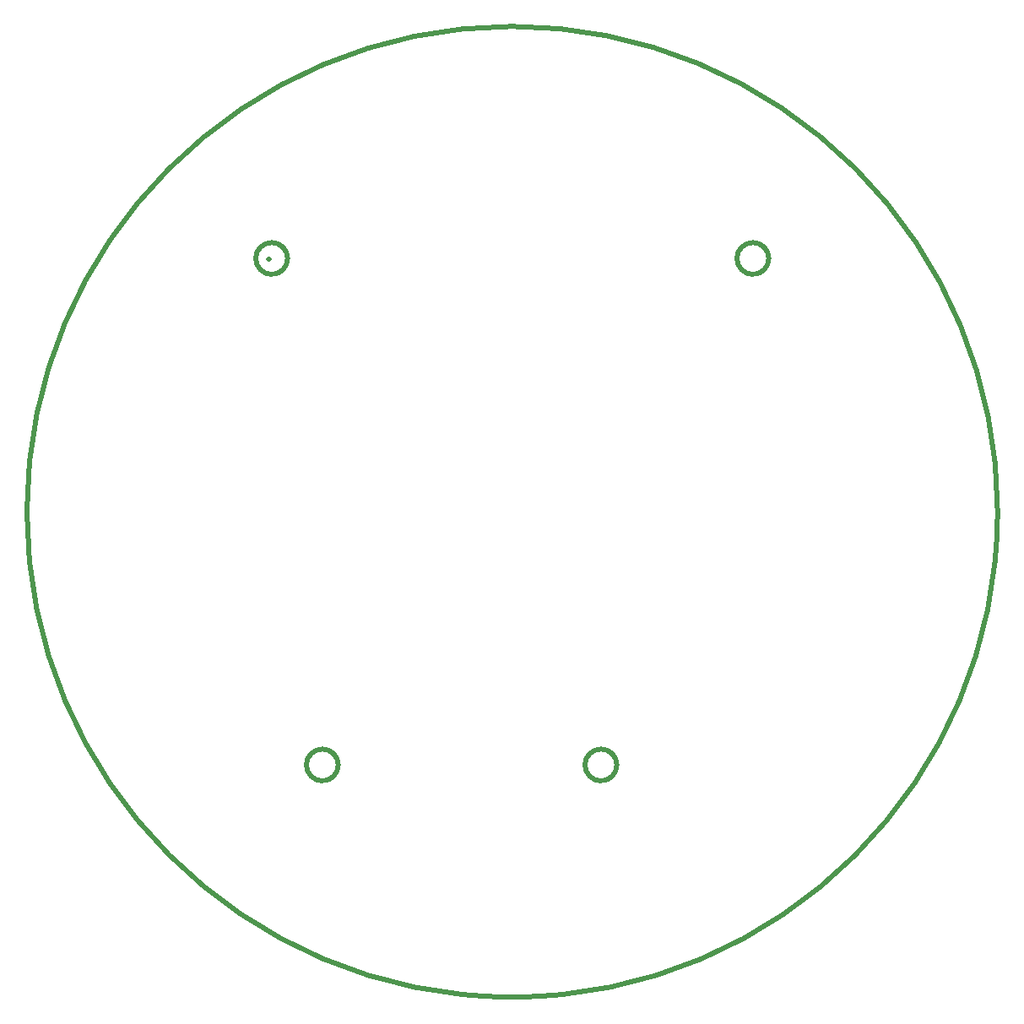
<source format=gko>
G04*
G04 #@! TF.GenerationSoftware,Altium Limited,Altium Designer,24.2.2 (26)*
G04*
G04 Layer_Color=16711935*
%FSLAX44Y44*%
%MOMM*%
G71*
G04*
G04 #@! TF.SameCoordinates,14A9DA51-42A2-44A4-A91A-1E31E54FDAF6*
G04*
G04*
G04 #@! TF.FilePolarity,Positive*
G04*
G01*
G75*
%ADD10C,0.5080*%
D10*
X304800Y244600D02*
G03*
X288800Y228600I0J-16000D01*
G01*
X320800D02*
G03*
X304800Y244600I-16000J0D01*
G01*
Y212600D02*
G03*
X320800Y228600I0J16000D01*
G01*
X288800D02*
G03*
X304800Y212600I16000J0D01*
G01*
X736600Y720600D02*
G03*
X752600Y736600I0J16000D01*
G01*
D02*
G03*
X736600Y752600I-16000J0D01*
G01*
D02*
G03*
X720600Y736600I0J-16000D01*
G01*
D02*
G03*
X736600Y720600I16000J0D01*
G01*
X254000D02*
G03*
X270000Y736600I0J16000D01*
G01*
D02*
G03*
X254000Y752600I-16000J0D01*
G01*
D02*
G03*
X238000Y736600I0J-16000D01*
G01*
D02*
G03*
X254000Y720600I16000J0D01*
G01*
X584200Y244600D02*
G03*
X568200Y228600I0J-16000D01*
G01*
X600200D02*
G03*
X584200Y244600I-16000J0D01*
G01*
Y212600D02*
G03*
X600200Y228600I0J16000D01*
G01*
X568200D02*
G03*
X584200Y212600I16000J0D01*
G01*
X495300Y-4160D02*
G03*
X982060Y482600I0J486760D01*
G01*
D02*
G03*
X495300Y969360I-486760J0D01*
G01*
D02*
G03*
X8540Y482600I0J-486760D01*
G01*
D02*
G03*
X495300Y-4160I486760J0D01*
G01*
X254000Y752600D02*
G03*
X238000Y736600I0J-16000D01*
G01*
X254000Y720600D02*
G03*
X270000Y736600I0J16000D01*
G01*
X238000D02*
G03*
X254000Y720600I16000J0D01*
G01*
X568200Y228600D02*
G03*
X584200Y212600I16000J0D01*
G01*
Y244600D02*
G03*
X568200Y228600I0J-16000D01*
G01*
X600200D02*
G03*
X584200Y244600I-16000J0D01*
G01*
Y212600D02*
G03*
X600200Y228600I0J16000D01*
G01*
X304800Y212600D02*
G03*
X320800Y228600I0J16000D01*
G01*
X288800D02*
G03*
X304800Y212600I16000J0D01*
G01*
Y244600D02*
G03*
X288800Y228600I0J-16000D01*
G01*
X320800D02*
G03*
X304800Y244600I-16000J0D01*
G01*
X270000Y736600D02*
G03*
X254000Y752600I-16000J0D01*
G01*
X736600D02*
G03*
X720600Y736600I0J-16000D01*
G01*
X752600D02*
G03*
X736600Y752600I-16000J0D01*
G01*
Y720600D02*
G03*
X752600Y736600I0J16000D01*
G01*
X720600D02*
G03*
X736600Y720600I16000J0D01*
G01*
X251146Y736329D02*
X251474Y736000D01*
M02*

</source>
